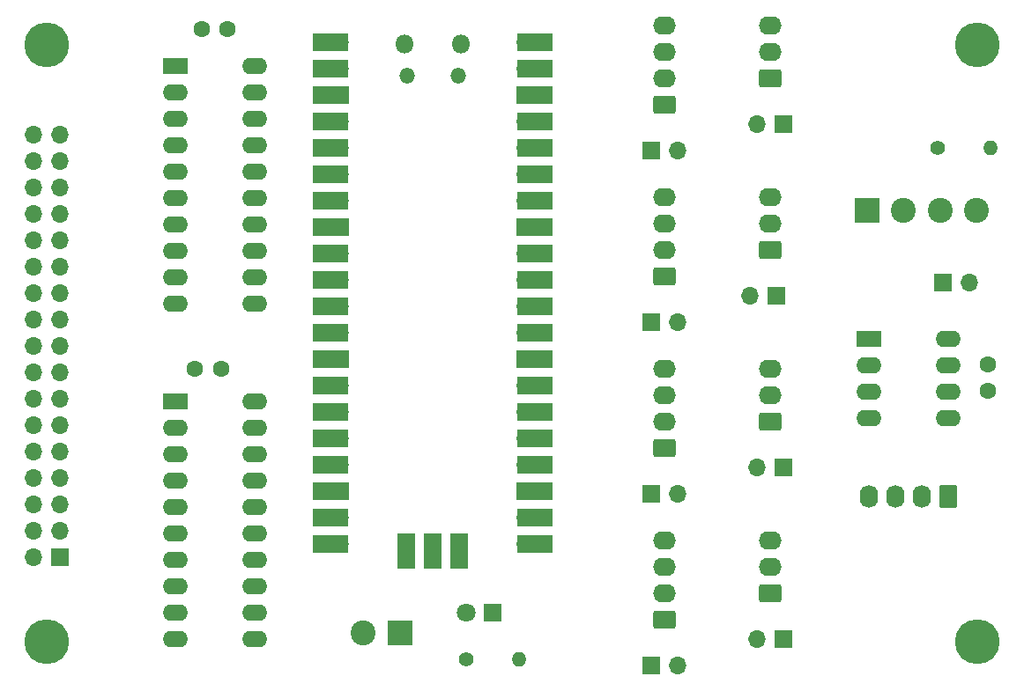
<source format=gbr>
%TF.GenerationSoftware,KiCad,Pcbnew,(6.0.1)*%
%TF.CreationDate,2022-01-30T10:53:23+01:00*%
%TF.ProjectId,wpcpowermon,77706370-6f77-4657-926d-6f6e2e6b6963,rev?*%
%TF.SameCoordinates,Original*%
%TF.FileFunction,Soldermask,Top*%
%TF.FilePolarity,Negative*%
%FSLAX46Y46*%
G04 Gerber Fmt 4.6, Leading zero omitted, Abs format (unit mm)*
G04 Created by KiCad (PCBNEW (6.0.1)) date 2022-01-30 10:53:23*
%MOMM*%
%LPD*%
G01*
G04 APERTURE LIST*
G04 Aperture macros list*
%AMRoundRect*
0 Rectangle with rounded corners*
0 $1 Rounding radius*
0 $2 $3 $4 $5 $6 $7 $8 $9 X,Y pos of 4 corners*
0 Add a 4 corners polygon primitive as box body*
4,1,4,$2,$3,$4,$5,$6,$7,$8,$9,$2,$3,0*
0 Add four circle primitives for the rounded corners*
1,1,$1+$1,$2,$3*
1,1,$1+$1,$4,$5*
1,1,$1+$1,$6,$7*
1,1,$1+$1,$8,$9*
0 Add four rect primitives between the rounded corners*
20,1,$1+$1,$2,$3,$4,$5,0*
20,1,$1+$1,$4,$5,$6,$7,0*
20,1,$1+$1,$6,$7,$8,$9,0*
20,1,$1+$1,$8,$9,$2,$3,0*%
G04 Aperture macros list end*
%ADD10C,1.600000*%
%ADD11R,1.700000X1.700000*%
%ADD12O,1.700000X1.700000*%
%ADD13R,2.400000X1.600000*%
%ADD14O,2.400000X1.600000*%
%ADD15C,4.300000*%
%ADD16R,2.400000X2.400000*%
%ADD17C,2.400000*%
%ADD18RoundRect,0.250000X0.845000X-0.620000X0.845000X0.620000X-0.845000X0.620000X-0.845000X-0.620000X0*%
%ADD19O,2.190000X1.740000*%
%ADD20R,1.800000X1.800000*%
%ADD21C,1.800000*%
%ADD22C,1.400000*%
%ADD23O,1.400000X1.400000*%
%ADD24RoundRect,0.250000X0.620000X0.845000X-0.620000X0.845000X-0.620000X-0.845000X0.620000X-0.845000X0*%
%ADD25O,1.740000X2.190000*%
%ADD26O,1.500000X1.500000*%
%ADD27O,1.800000X1.800000*%
%ADD28R,3.500000X1.700000*%
%ADD29R,1.700000X3.500000*%
G04 APERTURE END LIST*
D10*
%TO.C,C3*%
X175241264Y-96792735D03*
X175241264Y-99292735D03*
%TD*%
D11*
%TO.C,JP1*%
X170942000Y-88900000D03*
D12*
X173482000Y-88900000D03*
%TD*%
D13*
%TO.C,U3*%
X97155000Y-100330000D03*
D14*
X97155000Y-102870000D03*
X97155000Y-105410000D03*
X97155000Y-107950000D03*
X97155000Y-110490000D03*
X97155000Y-113030000D03*
X97155000Y-115570000D03*
X97155000Y-118110000D03*
X97155000Y-120650000D03*
X97155000Y-123190000D03*
X104775000Y-123190000D03*
X104775000Y-120650000D03*
X104775000Y-118110000D03*
X104775000Y-115570000D03*
X104775000Y-113030000D03*
X104775000Y-110490000D03*
X104775000Y-107950000D03*
X104775000Y-105410000D03*
X104775000Y-102870000D03*
X104775000Y-100330000D03*
%TD*%
D15*
%TO.C,REF\u002A\u002A*%
X84836000Y-66040000D03*
%TD*%
D16*
%TO.C,J12*%
X163641262Y-81942000D03*
D17*
X167141262Y-81942000D03*
X170641262Y-81942000D03*
X174141262Y-81942000D03*
%TD*%
D18*
%TO.C,J8*%
X154305000Y-69215000D03*
D19*
X154305000Y-66675000D03*
X154305000Y-64135000D03*
%TD*%
D18*
%TO.C,J10*%
X154325000Y-102235000D03*
D19*
X154325000Y-99695000D03*
X154325000Y-97155000D03*
%TD*%
D11*
%TO.C,JP3*%
X142875000Y-125730000D03*
D12*
X145415000Y-125730000D03*
%TD*%
D15*
%TO.C,REF\u002A\u002A*%
X174244000Y-66040000D03*
%TD*%
D11*
%TO.C,JP9*%
X142875000Y-76200000D03*
D12*
X145415000Y-76200000D03*
%TD*%
D10*
%TO.C,C1*%
X99695000Y-64516000D03*
X102195000Y-64516000D03*
%TD*%
D13*
%TO.C,U1*%
X163796264Y-94262735D03*
D14*
X163796264Y-96802735D03*
X163796264Y-99342735D03*
X163796264Y-101882735D03*
X171416264Y-101882735D03*
X171416264Y-99342735D03*
X171416264Y-96802735D03*
X171416264Y-94262735D03*
%TD*%
D13*
%TO.C,U4*%
X97155000Y-68072000D03*
D14*
X97155000Y-70612000D03*
X97155000Y-73152000D03*
X97155000Y-75692000D03*
X97155000Y-78232000D03*
X97155000Y-80772000D03*
X97155000Y-83312000D03*
X97155000Y-85852000D03*
X97155000Y-88392000D03*
X97155000Y-90932000D03*
X104775000Y-90932000D03*
X104775000Y-88392000D03*
X104775000Y-85852000D03*
X104775000Y-83312000D03*
X104775000Y-80772000D03*
X104775000Y-78232000D03*
X104775000Y-75692000D03*
X104775000Y-73152000D03*
X104775000Y-70612000D03*
X104775000Y-68072000D03*
%TD*%
D20*
%TO.C,D1*%
X127640000Y-120650000D03*
D21*
X125100000Y-120650000D03*
%TD*%
D11*
%TO.C,J1001*%
X86111000Y-115321000D03*
D12*
X83571000Y-115321000D03*
X86111000Y-112781000D03*
X83571000Y-112781000D03*
X86111000Y-110241000D03*
X83571000Y-110241000D03*
X86111000Y-107701000D03*
X83571000Y-107701000D03*
X86111000Y-105161000D03*
X83571000Y-105161000D03*
X86111000Y-102621000D03*
X83571000Y-102621000D03*
X86111000Y-100081000D03*
X83571000Y-100081000D03*
X86111000Y-97541000D03*
X83571000Y-97541000D03*
X86111000Y-95001000D03*
X83571000Y-95001000D03*
X86111000Y-92461000D03*
X83571000Y-92461000D03*
X86111000Y-89921000D03*
X83571000Y-89921000D03*
X86111000Y-87381000D03*
X83571000Y-87381000D03*
X86111000Y-84841000D03*
X83571000Y-84841000D03*
X86111000Y-82301000D03*
X83571000Y-82301000D03*
X86111000Y-79761000D03*
X83571000Y-79761000D03*
X86111000Y-77221000D03*
X83571000Y-77221000D03*
X86111000Y-74681000D03*
X83571000Y-74681000D03*
%TD*%
D10*
%TO.C,C2*%
X99080000Y-97155000D03*
X101580000Y-97155000D03*
%TD*%
D16*
%TO.C,J4*%
X118745000Y-122555000D03*
D17*
X115245000Y-122555000D03*
%TD*%
D11*
%TO.C,JP4*%
X155600000Y-106680000D03*
D12*
X153060000Y-106680000D03*
%TD*%
D11*
%TO.C,JP6*%
X154945000Y-90170000D03*
D12*
X152405000Y-90170000D03*
%TD*%
D15*
%TO.C,REF\u002A\u002A*%
X174244000Y-123444000D03*
%TD*%
D22*
%TO.C,R1*%
X170434000Y-75946000D03*
D23*
X175514000Y-75946000D03*
%TD*%
D11*
%TO.C,JP5*%
X142870000Y-109220000D03*
D12*
X145410000Y-109220000D03*
%TD*%
D18*
%TO.C,J7*%
X144165000Y-121285000D03*
D19*
X144165000Y-118745000D03*
X144165000Y-116205000D03*
X144165000Y-113665000D03*
%TD*%
D18*
%TO.C,J5*%
X144165000Y-88265000D03*
D19*
X144165000Y-85725000D03*
X144165000Y-83185000D03*
X144165000Y-80645000D03*
%TD*%
D18*
%TO.C,J11*%
X154325000Y-118745000D03*
D19*
X154325000Y-116205000D03*
X154325000Y-113665000D03*
%TD*%
D11*
%TO.C,JP2*%
X155575000Y-123190000D03*
D12*
X153035000Y-123190000D03*
%TD*%
D15*
%TO.C,REF\u002A\u002A*%
X84836000Y-123444000D03*
%TD*%
D18*
%TO.C,J3*%
X144165000Y-71755000D03*
D19*
X144165000Y-69215000D03*
X144165000Y-66675000D03*
X144165000Y-64135000D03*
%TD*%
D24*
%TO.C,J1*%
X171431264Y-109472735D03*
D25*
X168891264Y-109472735D03*
X166351264Y-109472735D03*
X163811264Y-109472735D03*
%TD*%
D26*
%TO.C,U5*%
X124345000Y-68946000D03*
D27*
X124645000Y-65916000D03*
D26*
X119495000Y-68946000D03*
D27*
X119195000Y-65916000D03*
D28*
X112130000Y-65786000D03*
D12*
X113030000Y-65786000D03*
X113030000Y-68326000D03*
D28*
X112130000Y-68326000D03*
D11*
X113030000Y-70866000D03*
D28*
X112130000Y-70866000D03*
X112130000Y-73406000D03*
D12*
X113030000Y-73406000D03*
D28*
X112130000Y-75946000D03*
D12*
X113030000Y-75946000D03*
X113030000Y-78486000D03*
D28*
X112130000Y-78486000D03*
X112130000Y-81026000D03*
D12*
X113030000Y-81026000D03*
D28*
X112130000Y-83566000D03*
D11*
X113030000Y-83566000D03*
D12*
X113030000Y-86106000D03*
D28*
X112130000Y-86106000D03*
X112130000Y-88646000D03*
D12*
X113030000Y-88646000D03*
X113030000Y-91186000D03*
D28*
X112130000Y-91186000D03*
X112130000Y-93726000D03*
D12*
X113030000Y-93726000D03*
D28*
X112130000Y-96266000D03*
D11*
X113030000Y-96266000D03*
D12*
X113030000Y-98806000D03*
D28*
X112130000Y-98806000D03*
X112130000Y-101346000D03*
D12*
X113030000Y-101346000D03*
D28*
X112130000Y-103886000D03*
D12*
X113030000Y-103886000D03*
X113030000Y-106426000D03*
D28*
X112130000Y-106426000D03*
X112130000Y-108966000D03*
D11*
X113030000Y-108966000D03*
D28*
X112130000Y-111506000D03*
D12*
X113030000Y-111506000D03*
D28*
X112130000Y-114046000D03*
D12*
X113030000Y-114046000D03*
D28*
X131710000Y-114046000D03*
D12*
X130810000Y-114046000D03*
D28*
X131710000Y-111506000D03*
D12*
X130810000Y-111506000D03*
D28*
X131710000Y-108966000D03*
D11*
X130810000Y-108966000D03*
D12*
X130810000Y-106426000D03*
D28*
X131710000Y-106426000D03*
D12*
X130810000Y-103886000D03*
D28*
X131710000Y-103886000D03*
D12*
X130810000Y-101346000D03*
D28*
X131710000Y-101346000D03*
X131710000Y-98806000D03*
D12*
X130810000Y-98806000D03*
D11*
X130810000Y-96266000D03*
D28*
X131710000Y-96266000D03*
X131710000Y-93726000D03*
D12*
X130810000Y-93726000D03*
X130810000Y-91186000D03*
D28*
X131710000Y-91186000D03*
D12*
X130810000Y-88646000D03*
D28*
X131710000Y-88646000D03*
D12*
X130810000Y-86106000D03*
D28*
X131710000Y-86106000D03*
D11*
X130810000Y-83566000D03*
D28*
X131710000Y-83566000D03*
D12*
X130810000Y-81026000D03*
D28*
X131710000Y-81026000D03*
X131710000Y-78486000D03*
D12*
X130810000Y-78486000D03*
D28*
X131710000Y-75946000D03*
D12*
X130810000Y-75946000D03*
X130810000Y-73406000D03*
D28*
X131710000Y-73406000D03*
X131710000Y-70866000D03*
D11*
X130810000Y-70866000D03*
D12*
X130810000Y-68326000D03*
D28*
X131710000Y-68326000D03*
D12*
X130810000Y-65786000D03*
D28*
X131710000Y-65786000D03*
D12*
X119380000Y-113816000D03*
D29*
X119380000Y-114716000D03*
X121920000Y-114716000D03*
D11*
X121920000Y-113816000D03*
D29*
X124460000Y-114716000D03*
D12*
X124460000Y-113816000D03*
%TD*%
D11*
%TO.C,JP7*%
X142870000Y-92710000D03*
D12*
X145410000Y-92710000D03*
%TD*%
D18*
%TO.C,J9*%
X154325000Y-85725000D03*
D19*
X154325000Y-83185000D03*
X154325000Y-80645000D03*
%TD*%
D11*
%TO.C,JP8*%
X155580000Y-73660000D03*
D12*
X153040000Y-73660000D03*
%TD*%
D18*
%TO.C,J6*%
X144165000Y-104775000D03*
D19*
X144165000Y-102235000D03*
X144165000Y-99695000D03*
X144165000Y-97155000D03*
%TD*%
D22*
%TO.C,R2*%
X125095000Y-125095000D03*
D23*
X130175000Y-125095000D03*
%TD*%
M02*

</source>
